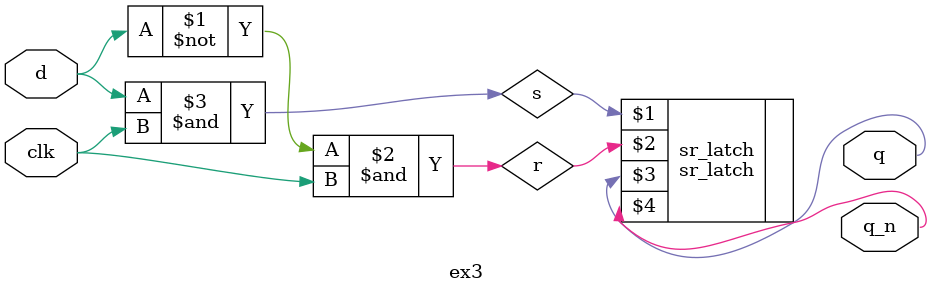
<source format=v>
module ex3
(
	input clk ,
	input d,
	output q,
	output q_n
);
	wire r = ~d & clk;
	wire s = d & clk ;
	sr_latch sr_latch (s, r, q, q_n) ;
endmodule

</source>
